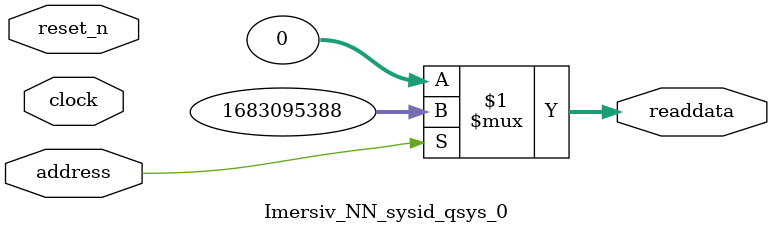
<source format=v>



// synthesis translate_off
`timescale 1ns / 1ps
// synthesis translate_on

// turn off superfluous verilog processor warnings 
// altera message_level Level1 
// altera message_off 10034 10035 10036 10037 10230 10240 10030 

module Imersiv_NN_sysid_qsys_0 (
               // inputs:
                address,
                clock,
                reset_n,

               // outputs:
                readdata
             )
;

  output  [ 31: 0] readdata;
  input            address;
  input            clock;
  input            reset_n;

  wire    [ 31: 0] readdata;
  //control_slave, which is an e_avalon_slave
  assign readdata = address ? 1683095388 : 0;

endmodule



</source>
